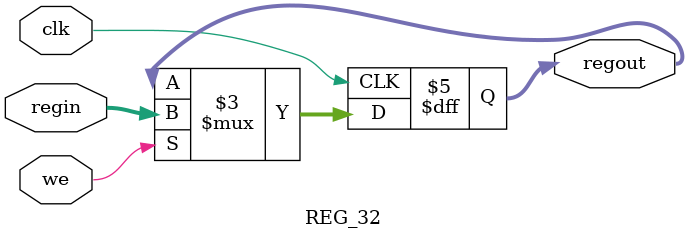
<source format=v>
module  REG_32(regout,regin,clk,we);
  output [31:0] regout;
  input  clk,we;
  input  [31:0] regin;
  reg [31:0] regout;

  always @ (posedge clk)
	   begin
		    if(we)
					 regout<=regin;
		    else 
					 regout<=regout;
	   end
endmodule
</source>
